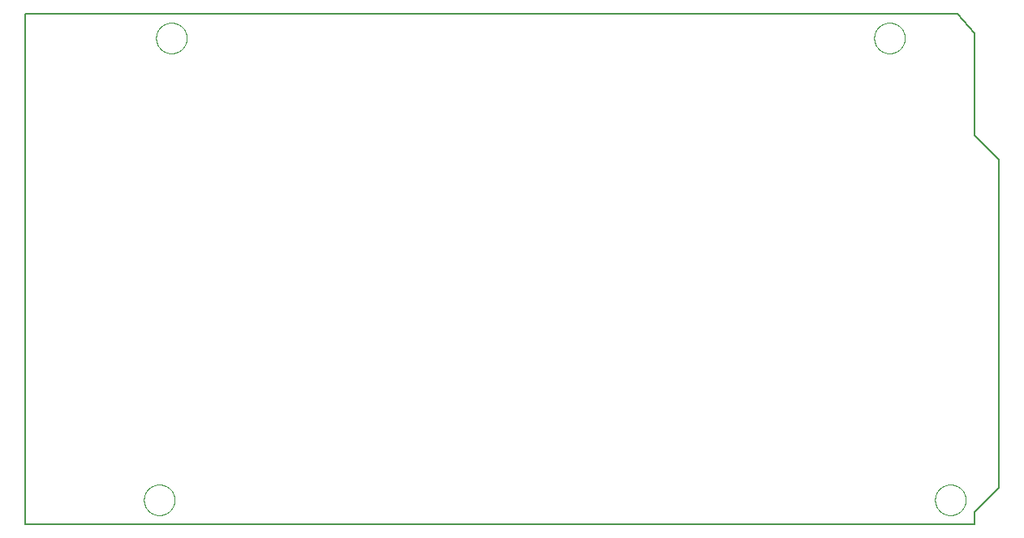
<source format=gbo>
G75*
%MOIN*%
%OFA0B0*%
%FSLAX25Y25*%
%IPPOS*%
%LPD*%
%AMOC8*
5,1,8,0,0,1.08239X$1,22.5*
%
%ADD10C,0.00800*%
%ADD11C,0.00000*%
D10*
X0005000Y0006310D02*
X0005000Y0216310D01*
X0388000Y0216310D01*
X0395000Y0208310D01*
X0395000Y0166310D01*
X0405000Y0156310D01*
X0405000Y0021310D01*
X0395000Y0011310D01*
X0395000Y0006310D01*
X0005000Y0006310D01*
D11*
X0053701Y0016310D02*
X0053703Y0016468D01*
X0053709Y0016626D01*
X0053719Y0016784D01*
X0053733Y0016942D01*
X0053751Y0017099D01*
X0053772Y0017256D01*
X0053798Y0017412D01*
X0053828Y0017568D01*
X0053861Y0017723D01*
X0053899Y0017876D01*
X0053940Y0018029D01*
X0053985Y0018181D01*
X0054034Y0018332D01*
X0054087Y0018481D01*
X0054143Y0018629D01*
X0054203Y0018775D01*
X0054267Y0018920D01*
X0054335Y0019063D01*
X0054406Y0019205D01*
X0054480Y0019345D01*
X0054558Y0019482D01*
X0054640Y0019618D01*
X0054724Y0019752D01*
X0054813Y0019883D01*
X0054904Y0020012D01*
X0054999Y0020139D01*
X0055096Y0020264D01*
X0055197Y0020386D01*
X0055301Y0020505D01*
X0055408Y0020622D01*
X0055518Y0020736D01*
X0055631Y0020847D01*
X0055746Y0020956D01*
X0055864Y0021061D01*
X0055985Y0021163D01*
X0056108Y0021263D01*
X0056234Y0021359D01*
X0056362Y0021452D01*
X0056492Y0021542D01*
X0056625Y0021628D01*
X0056760Y0021712D01*
X0056896Y0021791D01*
X0057035Y0021868D01*
X0057176Y0021940D01*
X0057318Y0022010D01*
X0057462Y0022075D01*
X0057608Y0022137D01*
X0057755Y0022195D01*
X0057904Y0022250D01*
X0058054Y0022301D01*
X0058205Y0022348D01*
X0058357Y0022391D01*
X0058510Y0022430D01*
X0058665Y0022466D01*
X0058820Y0022497D01*
X0058976Y0022525D01*
X0059132Y0022549D01*
X0059289Y0022569D01*
X0059447Y0022585D01*
X0059604Y0022597D01*
X0059763Y0022605D01*
X0059921Y0022609D01*
X0060079Y0022609D01*
X0060237Y0022605D01*
X0060396Y0022597D01*
X0060553Y0022585D01*
X0060711Y0022569D01*
X0060868Y0022549D01*
X0061024Y0022525D01*
X0061180Y0022497D01*
X0061335Y0022466D01*
X0061490Y0022430D01*
X0061643Y0022391D01*
X0061795Y0022348D01*
X0061946Y0022301D01*
X0062096Y0022250D01*
X0062245Y0022195D01*
X0062392Y0022137D01*
X0062538Y0022075D01*
X0062682Y0022010D01*
X0062824Y0021940D01*
X0062965Y0021868D01*
X0063104Y0021791D01*
X0063240Y0021712D01*
X0063375Y0021628D01*
X0063508Y0021542D01*
X0063638Y0021452D01*
X0063766Y0021359D01*
X0063892Y0021263D01*
X0064015Y0021163D01*
X0064136Y0021061D01*
X0064254Y0020956D01*
X0064369Y0020847D01*
X0064482Y0020736D01*
X0064592Y0020622D01*
X0064699Y0020505D01*
X0064803Y0020386D01*
X0064904Y0020264D01*
X0065001Y0020139D01*
X0065096Y0020012D01*
X0065187Y0019883D01*
X0065276Y0019752D01*
X0065360Y0019618D01*
X0065442Y0019482D01*
X0065520Y0019345D01*
X0065594Y0019205D01*
X0065665Y0019063D01*
X0065733Y0018920D01*
X0065797Y0018775D01*
X0065857Y0018629D01*
X0065913Y0018481D01*
X0065966Y0018332D01*
X0066015Y0018181D01*
X0066060Y0018029D01*
X0066101Y0017876D01*
X0066139Y0017723D01*
X0066172Y0017568D01*
X0066202Y0017412D01*
X0066228Y0017256D01*
X0066249Y0017099D01*
X0066267Y0016942D01*
X0066281Y0016784D01*
X0066291Y0016626D01*
X0066297Y0016468D01*
X0066299Y0016310D01*
X0066297Y0016152D01*
X0066291Y0015994D01*
X0066281Y0015836D01*
X0066267Y0015678D01*
X0066249Y0015521D01*
X0066228Y0015364D01*
X0066202Y0015208D01*
X0066172Y0015052D01*
X0066139Y0014897D01*
X0066101Y0014744D01*
X0066060Y0014591D01*
X0066015Y0014439D01*
X0065966Y0014288D01*
X0065913Y0014139D01*
X0065857Y0013991D01*
X0065797Y0013845D01*
X0065733Y0013700D01*
X0065665Y0013557D01*
X0065594Y0013415D01*
X0065520Y0013275D01*
X0065442Y0013138D01*
X0065360Y0013002D01*
X0065276Y0012868D01*
X0065187Y0012737D01*
X0065096Y0012608D01*
X0065001Y0012481D01*
X0064904Y0012356D01*
X0064803Y0012234D01*
X0064699Y0012115D01*
X0064592Y0011998D01*
X0064482Y0011884D01*
X0064369Y0011773D01*
X0064254Y0011664D01*
X0064136Y0011559D01*
X0064015Y0011457D01*
X0063892Y0011357D01*
X0063766Y0011261D01*
X0063638Y0011168D01*
X0063508Y0011078D01*
X0063375Y0010992D01*
X0063240Y0010908D01*
X0063104Y0010829D01*
X0062965Y0010752D01*
X0062824Y0010680D01*
X0062682Y0010610D01*
X0062538Y0010545D01*
X0062392Y0010483D01*
X0062245Y0010425D01*
X0062096Y0010370D01*
X0061946Y0010319D01*
X0061795Y0010272D01*
X0061643Y0010229D01*
X0061490Y0010190D01*
X0061335Y0010154D01*
X0061180Y0010123D01*
X0061024Y0010095D01*
X0060868Y0010071D01*
X0060711Y0010051D01*
X0060553Y0010035D01*
X0060396Y0010023D01*
X0060237Y0010015D01*
X0060079Y0010011D01*
X0059921Y0010011D01*
X0059763Y0010015D01*
X0059604Y0010023D01*
X0059447Y0010035D01*
X0059289Y0010051D01*
X0059132Y0010071D01*
X0058976Y0010095D01*
X0058820Y0010123D01*
X0058665Y0010154D01*
X0058510Y0010190D01*
X0058357Y0010229D01*
X0058205Y0010272D01*
X0058054Y0010319D01*
X0057904Y0010370D01*
X0057755Y0010425D01*
X0057608Y0010483D01*
X0057462Y0010545D01*
X0057318Y0010610D01*
X0057176Y0010680D01*
X0057035Y0010752D01*
X0056896Y0010829D01*
X0056760Y0010908D01*
X0056625Y0010992D01*
X0056492Y0011078D01*
X0056362Y0011168D01*
X0056234Y0011261D01*
X0056108Y0011357D01*
X0055985Y0011457D01*
X0055864Y0011559D01*
X0055746Y0011664D01*
X0055631Y0011773D01*
X0055518Y0011884D01*
X0055408Y0011998D01*
X0055301Y0012115D01*
X0055197Y0012234D01*
X0055096Y0012356D01*
X0054999Y0012481D01*
X0054904Y0012608D01*
X0054813Y0012737D01*
X0054724Y0012868D01*
X0054640Y0013002D01*
X0054558Y0013138D01*
X0054480Y0013275D01*
X0054406Y0013415D01*
X0054335Y0013557D01*
X0054267Y0013700D01*
X0054203Y0013845D01*
X0054143Y0013991D01*
X0054087Y0014139D01*
X0054034Y0014288D01*
X0053985Y0014439D01*
X0053940Y0014591D01*
X0053899Y0014744D01*
X0053861Y0014897D01*
X0053828Y0015052D01*
X0053798Y0015208D01*
X0053772Y0015364D01*
X0053751Y0015521D01*
X0053733Y0015678D01*
X0053719Y0015836D01*
X0053709Y0015994D01*
X0053703Y0016152D01*
X0053701Y0016310D01*
X0378701Y0016310D02*
X0378703Y0016468D01*
X0378709Y0016626D01*
X0378719Y0016784D01*
X0378733Y0016942D01*
X0378751Y0017099D01*
X0378772Y0017256D01*
X0378798Y0017412D01*
X0378828Y0017568D01*
X0378861Y0017723D01*
X0378899Y0017876D01*
X0378940Y0018029D01*
X0378985Y0018181D01*
X0379034Y0018332D01*
X0379087Y0018481D01*
X0379143Y0018629D01*
X0379203Y0018775D01*
X0379267Y0018920D01*
X0379335Y0019063D01*
X0379406Y0019205D01*
X0379480Y0019345D01*
X0379558Y0019482D01*
X0379640Y0019618D01*
X0379724Y0019752D01*
X0379813Y0019883D01*
X0379904Y0020012D01*
X0379999Y0020139D01*
X0380096Y0020264D01*
X0380197Y0020386D01*
X0380301Y0020505D01*
X0380408Y0020622D01*
X0380518Y0020736D01*
X0380631Y0020847D01*
X0380746Y0020956D01*
X0380864Y0021061D01*
X0380985Y0021163D01*
X0381108Y0021263D01*
X0381234Y0021359D01*
X0381362Y0021452D01*
X0381492Y0021542D01*
X0381625Y0021628D01*
X0381760Y0021712D01*
X0381896Y0021791D01*
X0382035Y0021868D01*
X0382176Y0021940D01*
X0382318Y0022010D01*
X0382462Y0022075D01*
X0382608Y0022137D01*
X0382755Y0022195D01*
X0382904Y0022250D01*
X0383054Y0022301D01*
X0383205Y0022348D01*
X0383357Y0022391D01*
X0383510Y0022430D01*
X0383665Y0022466D01*
X0383820Y0022497D01*
X0383976Y0022525D01*
X0384132Y0022549D01*
X0384289Y0022569D01*
X0384447Y0022585D01*
X0384604Y0022597D01*
X0384763Y0022605D01*
X0384921Y0022609D01*
X0385079Y0022609D01*
X0385237Y0022605D01*
X0385396Y0022597D01*
X0385553Y0022585D01*
X0385711Y0022569D01*
X0385868Y0022549D01*
X0386024Y0022525D01*
X0386180Y0022497D01*
X0386335Y0022466D01*
X0386490Y0022430D01*
X0386643Y0022391D01*
X0386795Y0022348D01*
X0386946Y0022301D01*
X0387096Y0022250D01*
X0387245Y0022195D01*
X0387392Y0022137D01*
X0387538Y0022075D01*
X0387682Y0022010D01*
X0387824Y0021940D01*
X0387965Y0021868D01*
X0388104Y0021791D01*
X0388240Y0021712D01*
X0388375Y0021628D01*
X0388508Y0021542D01*
X0388638Y0021452D01*
X0388766Y0021359D01*
X0388892Y0021263D01*
X0389015Y0021163D01*
X0389136Y0021061D01*
X0389254Y0020956D01*
X0389369Y0020847D01*
X0389482Y0020736D01*
X0389592Y0020622D01*
X0389699Y0020505D01*
X0389803Y0020386D01*
X0389904Y0020264D01*
X0390001Y0020139D01*
X0390096Y0020012D01*
X0390187Y0019883D01*
X0390276Y0019752D01*
X0390360Y0019618D01*
X0390442Y0019482D01*
X0390520Y0019345D01*
X0390594Y0019205D01*
X0390665Y0019063D01*
X0390733Y0018920D01*
X0390797Y0018775D01*
X0390857Y0018629D01*
X0390913Y0018481D01*
X0390966Y0018332D01*
X0391015Y0018181D01*
X0391060Y0018029D01*
X0391101Y0017876D01*
X0391139Y0017723D01*
X0391172Y0017568D01*
X0391202Y0017412D01*
X0391228Y0017256D01*
X0391249Y0017099D01*
X0391267Y0016942D01*
X0391281Y0016784D01*
X0391291Y0016626D01*
X0391297Y0016468D01*
X0391299Y0016310D01*
X0391297Y0016152D01*
X0391291Y0015994D01*
X0391281Y0015836D01*
X0391267Y0015678D01*
X0391249Y0015521D01*
X0391228Y0015364D01*
X0391202Y0015208D01*
X0391172Y0015052D01*
X0391139Y0014897D01*
X0391101Y0014744D01*
X0391060Y0014591D01*
X0391015Y0014439D01*
X0390966Y0014288D01*
X0390913Y0014139D01*
X0390857Y0013991D01*
X0390797Y0013845D01*
X0390733Y0013700D01*
X0390665Y0013557D01*
X0390594Y0013415D01*
X0390520Y0013275D01*
X0390442Y0013138D01*
X0390360Y0013002D01*
X0390276Y0012868D01*
X0390187Y0012737D01*
X0390096Y0012608D01*
X0390001Y0012481D01*
X0389904Y0012356D01*
X0389803Y0012234D01*
X0389699Y0012115D01*
X0389592Y0011998D01*
X0389482Y0011884D01*
X0389369Y0011773D01*
X0389254Y0011664D01*
X0389136Y0011559D01*
X0389015Y0011457D01*
X0388892Y0011357D01*
X0388766Y0011261D01*
X0388638Y0011168D01*
X0388508Y0011078D01*
X0388375Y0010992D01*
X0388240Y0010908D01*
X0388104Y0010829D01*
X0387965Y0010752D01*
X0387824Y0010680D01*
X0387682Y0010610D01*
X0387538Y0010545D01*
X0387392Y0010483D01*
X0387245Y0010425D01*
X0387096Y0010370D01*
X0386946Y0010319D01*
X0386795Y0010272D01*
X0386643Y0010229D01*
X0386490Y0010190D01*
X0386335Y0010154D01*
X0386180Y0010123D01*
X0386024Y0010095D01*
X0385868Y0010071D01*
X0385711Y0010051D01*
X0385553Y0010035D01*
X0385396Y0010023D01*
X0385237Y0010015D01*
X0385079Y0010011D01*
X0384921Y0010011D01*
X0384763Y0010015D01*
X0384604Y0010023D01*
X0384447Y0010035D01*
X0384289Y0010051D01*
X0384132Y0010071D01*
X0383976Y0010095D01*
X0383820Y0010123D01*
X0383665Y0010154D01*
X0383510Y0010190D01*
X0383357Y0010229D01*
X0383205Y0010272D01*
X0383054Y0010319D01*
X0382904Y0010370D01*
X0382755Y0010425D01*
X0382608Y0010483D01*
X0382462Y0010545D01*
X0382318Y0010610D01*
X0382176Y0010680D01*
X0382035Y0010752D01*
X0381896Y0010829D01*
X0381760Y0010908D01*
X0381625Y0010992D01*
X0381492Y0011078D01*
X0381362Y0011168D01*
X0381234Y0011261D01*
X0381108Y0011357D01*
X0380985Y0011457D01*
X0380864Y0011559D01*
X0380746Y0011664D01*
X0380631Y0011773D01*
X0380518Y0011884D01*
X0380408Y0011998D01*
X0380301Y0012115D01*
X0380197Y0012234D01*
X0380096Y0012356D01*
X0379999Y0012481D01*
X0379904Y0012608D01*
X0379813Y0012737D01*
X0379724Y0012868D01*
X0379640Y0013002D01*
X0379558Y0013138D01*
X0379480Y0013275D01*
X0379406Y0013415D01*
X0379335Y0013557D01*
X0379267Y0013700D01*
X0379203Y0013845D01*
X0379143Y0013991D01*
X0379087Y0014139D01*
X0379034Y0014288D01*
X0378985Y0014439D01*
X0378940Y0014591D01*
X0378899Y0014744D01*
X0378861Y0014897D01*
X0378828Y0015052D01*
X0378798Y0015208D01*
X0378772Y0015364D01*
X0378751Y0015521D01*
X0378733Y0015678D01*
X0378719Y0015836D01*
X0378709Y0015994D01*
X0378703Y0016152D01*
X0378701Y0016310D01*
X0353701Y0206310D02*
X0353703Y0206468D01*
X0353709Y0206626D01*
X0353719Y0206784D01*
X0353733Y0206942D01*
X0353751Y0207099D01*
X0353772Y0207256D01*
X0353798Y0207412D01*
X0353828Y0207568D01*
X0353861Y0207723D01*
X0353899Y0207876D01*
X0353940Y0208029D01*
X0353985Y0208181D01*
X0354034Y0208332D01*
X0354087Y0208481D01*
X0354143Y0208629D01*
X0354203Y0208775D01*
X0354267Y0208920D01*
X0354335Y0209063D01*
X0354406Y0209205D01*
X0354480Y0209345D01*
X0354558Y0209482D01*
X0354640Y0209618D01*
X0354724Y0209752D01*
X0354813Y0209883D01*
X0354904Y0210012D01*
X0354999Y0210139D01*
X0355096Y0210264D01*
X0355197Y0210386D01*
X0355301Y0210505D01*
X0355408Y0210622D01*
X0355518Y0210736D01*
X0355631Y0210847D01*
X0355746Y0210956D01*
X0355864Y0211061D01*
X0355985Y0211163D01*
X0356108Y0211263D01*
X0356234Y0211359D01*
X0356362Y0211452D01*
X0356492Y0211542D01*
X0356625Y0211628D01*
X0356760Y0211712D01*
X0356896Y0211791D01*
X0357035Y0211868D01*
X0357176Y0211940D01*
X0357318Y0212010D01*
X0357462Y0212075D01*
X0357608Y0212137D01*
X0357755Y0212195D01*
X0357904Y0212250D01*
X0358054Y0212301D01*
X0358205Y0212348D01*
X0358357Y0212391D01*
X0358510Y0212430D01*
X0358665Y0212466D01*
X0358820Y0212497D01*
X0358976Y0212525D01*
X0359132Y0212549D01*
X0359289Y0212569D01*
X0359447Y0212585D01*
X0359604Y0212597D01*
X0359763Y0212605D01*
X0359921Y0212609D01*
X0360079Y0212609D01*
X0360237Y0212605D01*
X0360396Y0212597D01*
X0360553Y0212585D01*
X0360711Y0212569D01*
X0360868Y0212549D01*
X0361024Y0212525D01*
X0361180Y0212497D01*
X0361335Y0212466D01*
X0361490Y0212430D01*
X0361643Y0212391D01*
X0361795Y0212348D01*
X0361946Y0212301D01*
X0362096Y0212250D01*
X0362245Y0212195D01*
X0362392Y0212137D01*
X0362538Y0212075D01*
X0362682Y0212010D01*
X0362824Y0211940D01*
X0362965Y0211868D01*
X0363104Y0211791D01*
X0363240Y0211712D01*
X0363375Y0211628D01*
X0363508Y0211542D01*
X0363638Y0211452D01*
X0363766Y0211359D01*
X0363892Y0211263D01*
X0364015Y0211163D01*
X0364136Y0211061D01*
X0364254Y0210956D01*
X0364369Y0210847D01*
X0364482Y0210736D01*
X0364592Y0210622D01*
X0364699Y0210505D01*
X0364803Y0210386D01*
X0364904Y0210264D01*
X0365001Y0210139D01*
X0365096Y0210012D01*
X0365187Y0209883D01*
X0365276Y0209752D01*
X0365360Y0209618D01*
X0365442Y0209482D01*
X0365520Y0209345D01*
X0365594Y0209205D01*
X0365665Y0209063D01*
X0365733Y0208920D01*
X0365797Y0208775D01*
X0365857Y0208629D01*
X0365913Y0208481D01*
X0365966Y0208332D01*
X0366015Y0208181D01*
X0366060Y0208029D01*
X0366101Y0207876D01*
X0366139Y0207723D01*
X0366172Y0207568D01*
X0366202Y0207412D01*
X0366228Y0207256D01*
X0366249Y0207099D01*
X0366267Y0206942D01*
X0366281Y0206784D01*
X0366291Y0206626D01*
X0366297Y0206468D01*
X0366299Y0206310D01*
X0366297Y0206152D01*
X0366291Y0205994D01*
X0366281Y0205836D01*
X0366267Y0205678D01*
X0366249Y0205521D01*
X0366228Y0205364D01*
X0366202Y0205208D01*
X0366172Y0205052D01*
X0366139Y0204897D01*
X0366101Y0204744D01*
X0366060Y0204591D01*
X0366015Y0204439D01*
X0365966Y0204288D01*
X0365913Y0204139D01*
X0365857Y0203991D01*
X0365797Y0203845D01*
X0365733Y0203700D01*
X0365665Y0203557D01*
X0365594Y0203415D01*
X0365520Y0203275D01*
X0365442Y0203138D01*
X0365360Y0203002D01*
X0365276Y0202868D01*
X0365187Y0202737D01*
X0365096Y0202608D01*
X0365001Y0202481D01*
X0364904Y0202356D01*
X0364803Y0202234D01*
X0364699Y0202115D01*
X0364592Y0201998D01*
X0364482Y0201884D01*
X0364369Y0201773D01*
X0364254Y0201664D01*
X0364136Y0201559D01*
X0364015Y0201457D01*
X0363892Y0201357D01*
X0363766Y0201261D01*
X0363638Y0201168D01*
X0363508Y0201078D01*
X0363375Y0200992D01*
X0363240Y0200908D01*
X0363104Y0200829D01*
X0362965Y0200752D01*
X0362824Y0200680D01*
X0362682Y0200610D01*
X0362538Y0200545D01*
X0362392Y0200483D01*
X0362245Y0200425D01*
X0362096Y0200370D01*
X0361946Y0200319D01*
X0361795Y0200272D01*
X0361643Y0200229D01*
X0361490Y0200190D01*
X0361335Y0200154D01*
X0361180Y0200123D01*
X0361024Y0200095D01*
X0360868Y0200071D01*
X0360711Y0200051D01*
X0360553Y0200035D01*
X0360396Y0200023D01*
X0360237Y0200015D01*
X0360079Y0200011D01*
X0359921Y0200011D01*
X0359763Y0200015D01*
X0359604Y0200023D01*
X0359447Y0200035D01*
X0359289Y0200051D01*
X0359132Y0200071D01*
X0358976Y0200095D01*
X0358820Y0200123D01*
X0358665Y0200154D01*
X0358510Y0200190D01*
X0358357Y0200229D01*
X0358205Y0200272D01*
X0358054Y0200319D01*
X0357904Y0200370D01*
X0357755Y0200425D01*
X0357608Y0200483D01*
X0357462Y0200545D01*
X0357318Y0200610D01*
X0357176Y0200680D01*
X0357035Y0200752D01*
X0356896Y0200829D01*
X0356760Y0200908D01*
X0356625Y0200992D01*
X0356492Y0201078D01*
X0356362Y0201168D01*
X0356234Y0201261D01*
X0356108Y0201357D01*
X0355985Y0201457D01*
X0355864Y0201559D01*
X0355746Y0201664D01*
X0355631Y0201773D01*
X0355518Y0201884D01*
X0355408Y0201998D01*
X0355301Y0202115D01*
X0355197Y0202234D01*
X0355096Y0202356D01*
X0354999Y0202481D01*
X0354904Y0202608D01*
X0354813Y0202737D01*
X0354724Y0202868D01*
X0354640Y0203002D01*
X0354558Y0203138D01*
X0354480Y0203275D01*
X0354406Y0203415D01*
X0354335Y0203557D01*
X0354267Y0203700D01*
X0354203Y0203845D01*
X0354143Y0203991D01*
X0354087Y0204139D01*
X0354034Y0204288D01*
X0353985Y0204439D01*
X0353940Y0204591D01*
X0353899Y0204744D01*
X0353861Y0204897D01*
X0353828Y0205052D01*
X0353798Y0205208D01*
X0353772Y0205364D01*
X0353751Y0205521D01*
X0353733Y0205678D01*
X0353719Y0205836D01*
X0353709Y0205994D01*
X0353703Y0206152D01*
X0353701Y0206310D01*
X0058701Y0206310D02*
X0058703Y0206468D01*
X0058709Y0206626D01*
X0058719Y0206784D01*
X0058733Y0206942D01*
X0058751Y0207099D01*
X0058772Y0207256D01*
X0058798Y0207412D01*
X0058828Y0207568D01*
X0058861Y0207723D01*
X0058899Y0207876D01*
X0058940Y0208029D01*
X0058985Y0208181D01*
X0059034Y0208332D01*
X0059087Y0208481D01*
X0059143Y0208629D01*
X0059203Y0208775D01*
X0059267Y0208920D01*
X0059335Y0209063D01*
X0059406Y0209205D01*
X0059480Y0209345D01*
X0059558Y0209482D01*
X0059640Y0209618D01*
X0059724Y0209752D01*
X0059813Y0209883D01*
X0059904Y0210012D01*
X0059999Y0210139D01*
X0060096Y0210264D01*
X0060197Y0210386D01*
X0060301Y0210505D01*
X0060408Y0210622D01*
X0060518Y0210736D01*
X0060631Y0210847D01*
X0060746Y0210956D01*
X0060864Y0211061D01*
X0060985Y0211163D01*
X0061108Y0211263D01*
X0061234Y0211359D01*
X0061362Y0211452D01*
X0061492Y0211542D01*
X0061625Y0211628D01*
X0061760Y0211712D01*
X0061896Y0211791D01*
X0062035Y0211868D01*
X0062176Y0211940D01*
X0062318Y0212010D01*
X0062462Y0212075D01*
X0062608Y0212137D01*
X0062755Y0212195D01*
X0062904Y0212250D01*
X0063054Y0212301D01*
X0063205Y0212348D01*
X0063357Y0212391D01*
X0063510Y0212430D01*
X0063665Y0212466D01*
X0063820Y0212497D01*
X0063976Y0212525D01*
X0064132Y0212549D01*
X0064289Y0212569D01*
X0064447Y0212585D01*
X0064604Y0212597D01*
X0064763Y0212605D01*
X0064921Y0212609D01*
X0065079Y0212609D01*
X0065237Y0212605D01*
X0065396Y0212597D01*
X0065553Y0212585D01*
X0065711Y0212569D01*
X0065868Y0212549D01*
X0066024Y0212525D01*
X0066180Y0212497D01*
X0066335Y0212466D01*
X0066490Y0212430D01*
X0066643Y0212391D01*
X0066795Y0212348D01*
X0066946Y0212301D01*
X0067096Y0212250D01*
X0067245Y0212195D01*
X0067392Y0212137D01*
X0067538Y0212075D01*
X0067682Y0212010D01*
X0067824Y0211940D01*
X0067965Y0211868D01*
X0068104Y0211791D01*
X0068240Y0211712D01*
X0068375Y0211628D01*
X0068508Y0211542D01*
X0068638Y0211452D01*
X0068766Y0211359D01*
X0068892Y0211263D01*
X0069015Y0211163D01*
X0069136Y0211061D01*
X0069254Y0210956D01*
X0069369Y0210847D01*
X0069482Y0210736D01*
X0069592Y0210622D01*
X0069699Y0210505D01*
X0069803Y0210386D01*
X0069904Y0210264D01*
X0070001Y0210139D01*
X0070096Y0210012D01*
X0070187Y0209883D01*
X0070276Y0209752D01*
X0070360Y0209618D01*
X0070442Y0209482D01*
X0070520Y0209345D01*
X0070594Y0209205D01*
X0070665Y0209063D01*
X0070733Y0208920D01*
X0070797Y0208775D01*
X0070857Y0208629D01*
X0070913Y0208481D01*
X0070966Y0208332D01*
X0071015Y0208181D01*
X0071060Y0208029D01*
X0071101Y0207876D01*
X0071139Y0207723D01*
X0071172Y0207568D01*
X0071202Y0207412D01*
X0071228Y0207256D01*
X0071249Y0207099D01*
X0071267Y0206942D01*
X0071281Y0206784D01*
X0071291Y0206626D01*
X0071297Y0206468D01*
X0071299Y0206310D01*
X0071297Y0206152D01*
X0071291Y0205994D01*
X0071281Y0205836D01*
X0071267Y0205678D01*
X0071249Y0205521D01*
X0071228Y0205364D01*
X0071202Y0205208D01*
X0071172Y0205052D01*
X0071139Y0204897D01*
X0071101Y0204744D01*
X0071060Y0204591D01*
X0071015Y0204439D01*
X0070966Y0204288D01*
X0070913Y0204139D01*
X0070857Y0203991D01*
X0070797Y0203845D01*
X0070733Y0203700D01*
X0070665Y0203557D01*
X0070594Y0203415D01*
X0070520Y0203275D01*
X0070442Y0203138D01*
X0070360Y0203002D01*
X0070276Y0202868D01*
X0070187Y0202737D01*
X0070096Y0202608D01*
X0070001Y0202481D01*
X0069904Y0202356D01*
X0069803Y0202234D01*
X0069699Y0202115D01*
X0069592Y0201998D01*
X0069482Y0201884D01*
X0069369Y0201773D01*
X0069254Y0201664D01*
X0069136Y0201559D01*
X0069015Y0201457D01*
X0068892Y0201357D01*
X0068766Y0201261D01*
X0068638Y0201168D01*
X0068508Y0201078D01*
X0068375Y0200992D01*
X0068240Y0200908D01*
X0068104Y0200829D01*
X0067965Y0200752D01*
X0067824Y0200680D01*
X0067682Y0200610D01*
X0067538Y0200545D01*
X0067392Y0200483D01*
X0067245Y0200425D01*
X0067096Y0200370D01*
X0066946Y0200319D01*
X0066795Y0200272D01*
X0066643Y0200229D01*
X0066490Y0200190D01*
X0066335Y0200154D01*
X0066180Y0200123D01*
X0066024Y0200095D01*
X0065868Y0200071D01*
X0065711Y0200051D01*
X0065553Y0200035D01*
X0065396Y0200023D01*
X0065237Y0200015D01*
X0065079Y0200011D01*
X0064921Y0200011D01*
X0064763Y0200015D01*
X0064604Y0200023D01*
X0064447Y0200035D01*
X0064289Y0200051D01*
X0064132Y0200071D01*
X0063976Y0200095D01*
X0063820Y0200123D01*
X0063665Y0200154D01*
X0063510Y0200190D01*
X0063357Y0200229D01*
X0063205Y0200272D01*
X0063054Y0200319D01*
X0062904Y0200370D01*
X0062755Y0200425D01*
X0062608Y0200483D01*
X0062462Y0200545D01*
X0062318Y0200610D01*
X0062176Y0200680D01*
X0062035Y0200752D01*
X0061896Y0200829D01*
X0061760Y0200908D01*
X0061625Y0200992D01*
X0061492Y0201078D01*
X0061362Y0201168D01*
X0061234Y0201261D01*
X0061108Y0201357D01*
X0060985Y0201457D01*
X0060864Y0201559D01*
X0060746Y0201664D01*
X0060631Y0201773D01*
X0060518Y0201884D01*
X0060408Y0201998D01*
X0060301Y0202115D01*
X0060197Y0202234D01*
X0060096Y0202356D01*
X0059999Y0202481D01*
X0059904Y0202608D01*
X0059813Y0202737D01*
X0059724Y0202868D01*
X0059640Y0203002D01*
X0059558Y0203138D01*
X0059480Y0203275D01*
X0059406Y0203415D01*
X0059335Y0203557D01*
X0059267Y0203700D01*
X0059203Y0203845D01*
X0059143Y0203991D01*
X0059087Y0204139D01*
X0059034Y0204288D01*
X0058985Y0204439D01*
X0058940Y0204591D01*
X0058899Y0204744D01*
X0058861Y0204897D01*
X0058828Y0205052D01*
X0058798Y0205208D01*
X0058772Y0205364D01*
X0058751Y0205521D01*
X0058733Y0205678D01*
X0058719Y0205836D01*
X0058709Y0205994D01*
X0058703Y0206152D01*
X0058701Y0206310D01*
M02*

</source>
